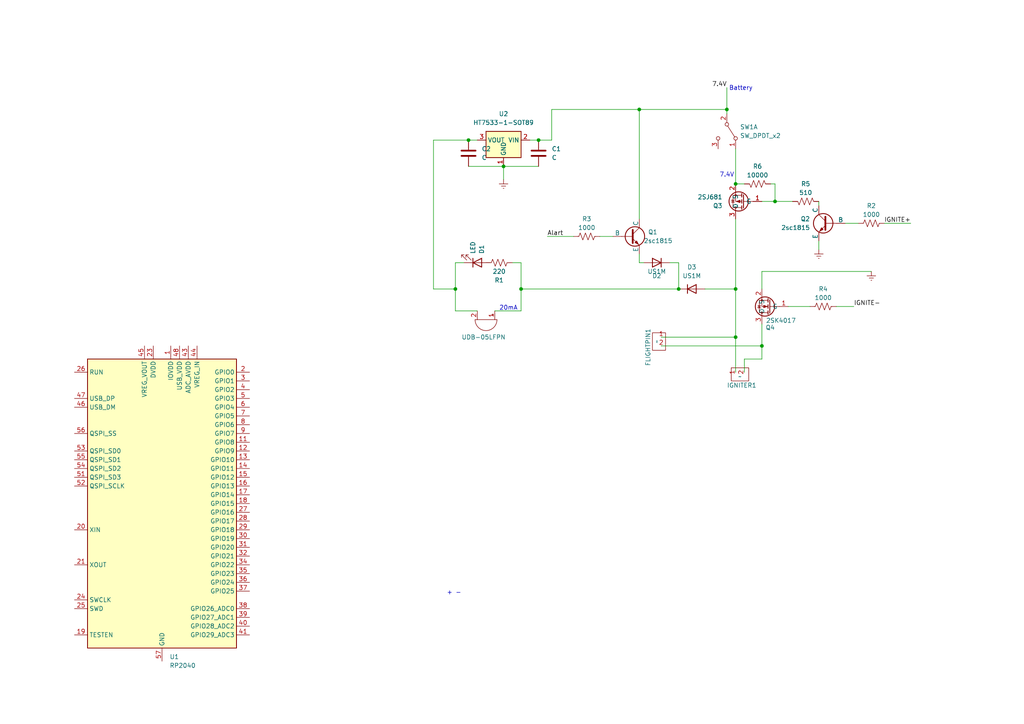
<source format=kicad_sch>
(kicad_sch (version 20231120) (generator "eeschema") (generator_version "8.0")
  (paper "A4")
  (title_block (title "種子島コンテスト2024") (date "2024-02-01") (company "WASAロケットプロジェクト"))
  (lib_symbols
    (symbol "Device:Buzzer" (pin_names (offset 0.0254) hide)
      (property "Reference" "BZ" (at 3.81 1.27 0))
      (property "Value" "Buzzer" (at 3.81 -1.27 0))
      (symbol "Buzzer_0_1"
        (arc (start 0 -3.175) (mid 3.1612 0) (end 0 3.175))
        (polyline (pts (xy -1.651 1.905) (xy -1.143 1.905)))
        (polyline (pts (xy -1.397 2.159) (xy -1.397 1.651)))
        (polyline (pts (xy 0 3.175) (xy 0 -3.175)))
      )
      (symbol "Buzzer_1_1"
        (pin passive line (at -2.54 2.54 0) (length 2.54) (name "-") (number "1"))
        (pin passive line (at -2.54 -2.54 0) (length 2.54) (name "+") (number "2"))
      )
    )
    (symbol "Device:C" (pin_numbers hide) (pin_names (offset 0.254))
      (property "Reference" "C" (at 0.635 2.54 0))
      (property "Value" "C" (at 0.635 -2.54 0))
      (symbol "C_0_1"
        (polyline (pts (xy -2.032 -0.762) (xy 2.032 -0.762)) (stroke (width 0.508)))
        (polyline (pts (xy -2.032 0.762) (xy 2.032 0.762)) (stroke (width 0.508)))
      )
      (symbol "C_1_1"
        (pin passive line (at 0 3.81 270) (length 2.794) (name "~") (number "1"))
        (pin passive line (at 0 -3.81 90) (length 2.794) (name "~") (number "2"))
      )
    )
    (symbol "Device:LED" (pin_numbers hide) (pin_names (offset 1.016) hide)
      (property "Reference" "D" (at 0 2.54 0))
      (property "Value" "LED" (at 0 -2.54 0))
      (symbol "LED_0_1"
        (polyline (pts (xy -1.27 -1.27) (xy -1.27 1.27)) (stroke (width 0.254)))
        (polyline (pts (xy -1.27 0) (xy 1.27 0)))
        (polyline (pts (xy 1.27 -1.27) (xy 1.27 1.27) (xy -1.27 0) (xy 1.27 -1.27)) (stroke (width 0.254)))
        (polyline (pts (xy -3.048 -0.762) (xy -4.572 -2.286) (xy -3.81 -2.286) (xy -4.572 -2.286) (xy -4.572 -1.524)))
        (polyline (pts (xy -1.778 -0.762) (xy -3.302 -2.286) (xy -2.54 -2.286) (xy -3.302 -2.286) (xy -3.302 -1.524)))
      )
      (symbol "LED_1_1"
        (pin passive line (at -3.81 0 0) (length 2.54) (name "K") (number "1"))
        (pin passive line (at 3.81 0 180) (length 2.54) (name "A") (number "2"))
      )
    )
    (symbol "Device:R_US" (pin_numbers hide) (pin_names (offset 0))
      (property "Reference" "R" (at 2.54 0 90))
      (property "Value" "R_US" (at -2.54 0 90))
      (symbol "R_US_0_1"
        (polyline (pts (xy 0 -2.286) (xy 0 -2.54)))
        (polyline (pts (xy 0 2.286) (xy 0 2.54)))
        (polyline (pts (xy 0 -0.762) (xy 1.016 -1.143) (xy 0 -1.524) (xy -1.016 -1.905) (xy 0 -2.286)))
        (polyline (pts (xy 0 0.762) (xy 1.016 0.381) (xy 0 0) (xy -1.016 -0.381) (xy 0 -0.762)))
        (polyline (pts (xy 0 2.286) (xy 1.016 1.905) (xy 0 1.524) (xy -1.016 1.143) (xy 0 0.762)))
      )
      (symbol "R_US_1_1"
        (pin passive line (at 0 3.81 270) (length 1.27) (name "~") (number "1"))
        (pin passive line (at 0 -3.81 90) (length 1.27) (name "~") (number "2"))
      )
    )
    (symbol "Diode:US1M" (pin_numbers hide) (pin_names hide)
      (property "Reference" "D" (at 0 2.54 0))
      (property "Value" "US1M" (at 0 -2.54 0))
      (symbol "US1M_0_1"
        (polyline (pts (xy -1.27 1.27) (xy -1.27 -1.27)) (stroke (width 0.254)))
        (polyline (pts (xy 1.27 0) (xy -1.27 0)))
        (polyline (pts (xy 1.27 1.27) (xy 1.27 -1.27) (xy -1.27 0) (xy 1.27 1.27)) (stroke (width 0.254)))
      )
      (symbol "US1M_1_1"
        (pin passive line (at -3.81 0 0) (length 2.54) (name "K") (number "1"))
        (pin passive line (at 3.81 0 180) (length 2.54) (name "A") (number "2"))
      )
    )
    (symbol "MCU_RaspberryPi:RP2040"
      (property "Reference" "U" (at 17.78 45.72 0))
      (property "Value" "RP2040" (at 17.78 43.18 0))
      (symbol "RP2040_0_1"
        (rectangle (start -21.59 41.91) (end 21.59 -41.91) (stroke (width 0.254)) (fill (type background)))
      )
      (symbol "RP2040_1_1"
        (pin power_in line (at 2.54 45.72 270) (length 3.81) (name "IOVDD") (number "1"))
        (pin passive line (at 2.54 45.72 270) (length 3.81) hide (name "IOVDD") (number "10"))
        (pin bidirectional line (at 25.4 17.78 180) (length 3.81) (name "GPIO8") (number "11"))
        (pin bidirectional line (at 25.4 15.24 180) (length 3.81) (name "GPIO9") (number "12"))
        (pin bidirectional line (at 25.4 12.7 180) (length 3.81) (name "GPIO10") (number "13"))
        (pin bidirectional line (at 25.4 10.16 180) (length 3.81) (name "GPIO11") (number "14"))
        (pin bidirectional line (at 25.4 7.62 180) (length 3.81) (name "GPIO12") (number "15"))
        (pin bidirectional line (at 25.4 5.08 180) (length 3.81) (name "GPIO13") (number "16"))
        (pin bidirectional line (at 25.4 2.54 180) (length 3.81) (name "GPIO14") (number "17"))
        (pin bidirectional line (at 25.4 0 180) (length 3.81) (name "GPIO15") (number "18"))
        (pin input line (at -25.4 -38.1 0) (length 3.81) (name "TESTEN") (number "19"))
        (pin bidirectional line (at 25.4 38.1 180) (length 3.81) (name "GPIO0") (number "2"))
        (pin input line (at -25.4 -7.62 0) (length 3.81) (name "XIN") (number "20"))
        (pin passive line (at -25.4 -17.78 0) (length 3.81) (name "XOUT") (number "21"))
        (pin passive line (at 2.54 45.72 270) (length 3.81) hide (name "IOVDD") (number "22"))
        (pin power_in line (at -2.54 45.72 270) (length 3.81) (name "DVDD") (number "23"))
        (pin input line (at -25.4 -27.94 0) (length 3.81) (name "SWCLK") (number "24"))
        (pin bidirectional line (at -25.4 -30.48 0) (length 3.81) (name "SWD") (number "25"))
        (pin input line (at -25.4 38.1 0) (length 3.81) (name "RUN") (number "26"))
        (pin bidirectional line (at 25.4 -2.54 180) (length 3.81) (name "GPIO16") (number "27"))
        (pin bidirectional line (at 25.4 -5.08 180) (length 3.81) (name "GPIO17") (number "28"))
        (pin bidirectional line (at 25.4 -7.62 180) (length 3.81) (name "GPIO18") (number "29"))
        (pin bidirectional line (at 25.4 35.56 180) (length 3.81) (name "GPIO1") (number "3"))
        (pin bidirectional line (at 25.4 -10.16 180) (length 3.81) (name "GPIO19") (number "30"))
        (pin bidirectional line (at 25.4 -12.7 180) (length 3.81) (name "GPIO20") (number "31"))
        (pin bidirectional line (at 25.4 -15.24 180) (length 3.81) (name "GPIO21") (number "32"))
        (pin passive line (at 2.54 45.72 270) (length 3.81) hide (name "IOVDD") (number "33"))
        (pin bidirectional line (at 25.4 -17.78 180) (length 3.81) (name "GPIO22") (number "34"))
        (pin bidirectional line (at 25.4 -20.32 180) (length 3.81) (name "GPIO23") (number "35"))
        (pin bidirectional line (at 25.4 -22.86 180) (length 3.81) (name "GPIO24") (number "36"))
        (pin bidirectional line (at 25.4 -25.4 180) (length 3.81) (name "GPIO25") (number "37"))
        (pin bidirectional line (at 25.4 -30.48 180) (length 3.81) (name "GPIO26_ADC0") (number "38"))
        (pin bidirectional line (at 25.4 -33.02 180) (length 3.81) (name "GPIO27_ADC1") (number "39"))
        (pin bidirectional line (at 25.4 33.02 180) (length 3.81) (name "GPIO2") (number "4"))
        (pin bidirectional line (at 25.4 -35.56 180) (length 3.81) (name "GPIO28_ADC2") (number "40"))
        (pin bidirectional line (at 25.4 -38.1 180) (length 3.81) (name "GPIO29_ADC3") (number "41"))
        (pin passive line (at 2.54 45.72 270) (length 3.81) hide (name "IOVDD") (number "42"))
        (pin power_in line (at 7.62 45.72 270) (length 3.81) (name "ADC_AVDD") (number "43"))
        (pin power_in line (at 10.16 45.72 270) (length 3.81) (name "VREG_IN") (number "44"))
        (pin power_out line (at -5.08 45.72 270) (length 3.81) (name "VREG_VOUT") (number "45"))
        (pin bidirectional line (at -25.4 27.94 0) (length 3.81) (name "USB_DM") (number "46"))
        (pin bidirectional line (at -25.4 30.48 0) (length 3.81) (name "USB_DP") (number "47"))
        (pin power_in line (at 5.08 45.72 270) (length 3.81) (name "USB_VDD") (number "48"))
        (pin passive line (at 2.54 45.72 270) (length 3.81) hide (name "IOVDD") (number "49"))
        (pin bidirectional line (at 25.4 30.48 180) (length 3.81) (name "GPIO3") (number "5"))
        (pin passive line (at -2.54 45.72 270) (length 3.81) hide (name "DVDD") (number "50"))
        (pin bidirectional line (at -25.4 7.62 0) (length 3.81) (name "QSPI_SD3") (number "51"))
        (pin output line (at -25.4 5.08 0) (length 3.81) (name "QSPI_SCLK") (number "52"))
        (pin bidirectional line (at -25.4 15.24 0) (length 3.81) (name "QSPI_SD0") (number "53"))
        (pin bidirectional line (at -25.4 10.16 0) (length 3.81) (name "QSPI_SD2") (number "54"))
        (pin bidirectional line (at -25.4 12.7 0) (length 3.81) (name "QSPI_SD1") (number "55"))
        (pin bidirectional line (at -25.4 20.32 0) (length 3.81) (name "QSPI_SS") (number "56"))
        (pin power_in line (at 0 -45.72 90) (length 3.81) (name "GND") (number "57"))
        (pin bidirectional line (at 25.4 27.94 180) (length 3.81) (name "GPIO4") (number "6"))
        (pin bidirectional line (at 25.4 25.4 180) (length 3.81) (name "GPIO5") (number "7"))
        (pin bidirectional line (at 25.4 22.86 180) (length 3.81) (name "GPIO6") (number "8"))
        (pin bidirectional line (at 25.4 20.32 180) (length 3.81) (name "GPIO7") (number "9"))
      )
    )
    (symbol "Modelrocket Igniter:SingleIgniter"
      (property "Reference" "Ig" (at 0 -3.81 0))
      (symbol "SingleIgniter_0_1"
        (rectangle (start -2.54 2.54) (end 2.54 -1.27))
      )
      (symbol "SingleIgniter_1_1"
        (pin input line (at -1.27 1.27 90) (length 0) (name "") (number "1"))
        (pin input line (at 1.27 1.27 90) (length 0) (name "") (number "2"))
      )
    )
    (symbol "Regulator_Linear:HT75xx-1-SOT89"
      (property "Reference" "U" (at -5.08 -3.81 0))
      (property "Value" "HT75xx-1-SOT89" (at 0 6.35 0))
      (symbol "HT75xx-1-SOT89_0_1"
        (rectangle (start -5.08 5.08) (end 5.08 -2.54) (stroke (width 0.254)) (fill (type background)))
      )
      (symbol "HT75xx-1-SOT89_1_1"
        (pin power_in line (at 0 -5.08 90) (length 2.54) (name "GND") (number "1"))
        (pin power_in line (at -7.62 2.54 0) (length 2.54) (name "VIN") (number "2"))
        (pin power_out line (at 7.62 2.54 180) (length 2.54) (name "VOUT") (number "3"))
      )
    )
    (symbol "Simulation_SPICE:NPN" (pin_numbers hide) (pin_names (offset 0))
      (property "Reference" "Q" (at -2.54 7.62 0))
      (property "Value" "NPN" (at -2.54 5.08 0))
      (symbol "NPN_0_1"
        (polyline (pts (xy -2.54 0) (xy 0.635 0)) (stroke (width 0.1524)))
        (polyline (pts (xy 0.635 0.635) (xy 2.54 2.54)))
        (polyline (pts (xy 2.794 -1.27) (xy 2.794 -1.27)) (stroke (width 0.1524)))
        (polyline (pts (xy 2.794 -1.27) (xy 2.794 -1.27)) (stroke (width 0.1524)))
        (polyline (pts (xy 0.635 -0.635) (xy 2.54 -2.54) (xy 2.54 -2.54)))
        (polyline (pts (xy 0.635 1.905) (xy 0.635 -1.905) (xy 0.635 -1.905)) (stroke (width 0.508)))
        (polyline (pts (xy 1.27 -1.778) (xy 1.778 -1.27) (xy 2.286 -2.286) (xy 1.27 -1.778) (xy 1.27 -1.778)) (fill (type outline)))
        (circle (center 1.27 0) (radius 2.8194) (stroke (width 0.254)))
      )
      (symbol "NPN_1_1"
        (pin open_collector line (at 2.54 5.08 270) (length 2.54) (name "C") (number "1"))
        (pin input line (at -5.08 0 0) (length 2.54) (name "B") (number "2"))
        (pin open_emitter line (at 2.54 -5.08 90) (length 2.54) (name "E") (number "3"))
      )
    )
    (symbol "Switch:SW_DPDT_x2" (pin_names (offset 0) hide)
      (property "Reference" "SW" (at 0 4.318 0))
      (property "Value" "SW_DPDT_x2" (at 0 -5.08 0))
      (symbol "SW_DPDT_x2_0_0"
        (circle (center -2.032 0) (radius 0.508))
        (circle (center 2.032 -2.54) (radius 0.508))
      )
      (symbol "SW_DPDT_x2_0_1"
        (polyline (pts (xy -1.524 0.254) (xy 1.651 2.286)))
        (circle (center 2.032 2.54) (radius 0.508))
      )
      (symbol "SW_DPDT_x2_1_1"
        (pin passive line (at 5.08 2.54 180) (length 2.54) (name "A") (number "1"))
        (pin passive line (at -5.08 0 0) (length 2.54) (name "B") (number "2"))
        (pin passive line (at 5.08 -2.54 180) (length 2.54) (name "C") (number "3"))
      )
      (symbol "SW_DPDT_x2_2_1"
        (pin passive line (at 5.08 2.54 180) (length 2.54) (name "A") (number "4"))
        (pin passive line (at -5.08 0 0) (length 2.54) (name "B") (number "5"))
        (pin passive line (at 5.08 -2.54 180) (length 2.54) (name "C") (number "6"))
      )
    )
    (symbol "Transistor_FET:2N7002"
      (property "Reference" "Q" (at 5.08 1.905 0))
      (property "Value" "2N7002" (at 5.08 0 0))
      (symbol "2N7002_0_1"
        (polyline (pts (xy 0.254 0) (xy -2.54 0)))
        (polyline (pts (xy 0.254 1.905) (xy 0.254 -1.905)) (stroke (width 0.254)))
        (polyline (pts (xy 0.762 -1.27) (xy 0.762 -2.286)) (stroke (width 0.254)))
        (polyline (pts (xy 0.762 0.508) (xy 0.762 -0.508)) (stroke (width 0.254)))
        (polyline (pts (xy 0.762 2.286) (xy 0.762 1.27)) (stroke (width 0.254)))
        (polyline (pts (xy 2.54 2.54) (xy 2.54 1.778)))
        (polyline (pts (xy 2.54 -2.54) (xy 2.54 0) (xy 0.762 0)))
        (polyline (pts (xy 0.762 -1.778) (xy 3.302 -1.778) (xy 3.302 1.778) (xy 0.762 1.778)))
        (polyline (pts (xy 1.016 0) (xy 2.032 0.381) (xy 2.032 -0.381) (xy 1.016 0)) (fill (type outline)))
        (polyline (pts (xy 2.794 0.508) (xy 2.921 0.381) (xy 3.683 0.381) (xy 3.81 0.254)))
        (polyline (pts (xy 3.302 0.381) (xy 2.921 -0.254) (xy 3.683 -0.254) (xy 3.302 0.381)))
        (circle (center 1.651 0) (radius 2.794) (stroke (width 0.254)))
        (circle (center 2.54 -1.778) (radius 0.254) (fill (type outline)))
        (circle (center 2.54 1.778) (radius 0.254) (fill (type outline)))
      )
      (symbol "2N7002_1_1"
        (pin input line (at -5.08 0 0) (length 2.54) (name "G") (number "1"))
        (pin passive line (at 2.54 -5.08 90) (length 2.54) (name "S") (number "2"))
        (pin passive line (at 2.54 5.08 270) (length 2.54) (name "D") (number "3"))
      )
    )
    (symbol "Transistor_FET:AO3401A"
      (property "Reference" "Q" (at 5.08 1.905 0))
      (property "Value" "AO3401A" (at 5.08 0 0))
      (symbol "AO3401A_0_1"
        (polyline (pts (xy 0.254 0) (xy -2.54 0)))
        (polyline (pts (xy 0.254 1.905) (xy 0.254 -1.905)) (stroke (width 0.254)))
        (polyline (pts (xy 0.762 -1.27) (xy 0.762 -2.286)) (stroke (width 0.254)))
        (polyline (pts (xy 0.762 0.508) (xy 0.762 -0.508)) (stroke (width 0.254)))
        (polyline (pts (xy 0.762 2.286) (xy 0.762 1.27)) (stroke (width 0.254)))
        (polyline (pts (xy 2.54 2.54) (xy 2.54 1.778)))
        (polyline (pts (xy 2.54 -2.54) (xy 2.54 0) (xy 0.762 0)))
        (polyline (pts (xy 0.762 1.778) (xy 3.302 1.778) (xy 3.302 -1.778) (xy 0.762 -1.778)))
        (polyline (pts (xy 2.286 0) (xy 1.27 0.381) (xy 1.27 -0.381) (xy 2.286 0)) (fill (type outline)))
        (polyline (pts (xy 2.794 -0.508) (xy 2.921 -0.381) (xy 3.683 -0.381) (xy 3.81 -0.254)))
        (polyline (pts (xy 3.302 -0.381) (xy 2.921 0.254) (xy 3.683 0.254) (xy 3.302 -0.381)))
        (circle (center 1.651 0) (radius 2.794) (stroke (width 0.254)))
        (circle (center 2.54 -1.778) (radius 0.254) (fill (type outline)))
        (circle (center 2.54 1.778) (radius 0.254) (fill (type outline)))
      )
      (symbol "AO3401A_1_1"
        (pin input line (at -5.08 0 0) (length 2.54) (name "G") (number "1"))
        (pin passive line (at 2.54 -5.08 90) (length 2.54) (name "S") (number "2"))
        (pin passive line (at 2.54 5.08 270) (length 2.54) (name "D") (number "3"))
      )
    )
    (symbol "power:GNDREF" (power) (pin_names (offset 0))
      (property "Value" "GNDREF" (at 0 -3.81 0))
      (symbol "GNDREF_0_1"
        (polyline (pts (xy -0.635 -1.905) (xy 0.635 -1.905)))
        (polyline (pts (xy -0.127 -2.54) (xy 0.127 -2.54)))
        (polyline (pts (xy 0 -1.27) (xy 0 0)))
        (polyline (pts (xy 1.27 -1.27) (xy -1.27 -1.27)))
      )
      (symbol "GNDREF_1_1"
        (pin power_in line (at 0 0 270) (length 0) hide (name "GNDREF") (number "1"))
      )
    )
  )
  (junction (at 213.36 53.34))
  (junction (at 146.05 48.26))
  (junction (at 156.21 40.64))
  (junction (at 210.82 31.75))
  (junction (at 132.08 83.82))
  (junction (at 220.98 100.33))
  (junction (at 213.36 83.82))
  (junction (at 135.89 40.64))
  (junction (at 213.36 97.79))
  (junction (at 185.42 31.75))
  (junction (at 151.13 83.82))
  (junction (at 224.79 58.42))
  (junction (at 196.85 83.82))
  (wire (pts (xy 237.49 58.42) (xy 237.49 59.69)))
  (wire (pts (xy 160.02 31.75) (xy 185.42 31.75)))
  (wire (pts (xy 210.82 31.75) (xy 210.82 33.02)))
  (wire (pts (xy 132.08 90.17) (xy 132.08 83.82)))
  (wire (pts (xy 213.36 97.79) (xy 213.36 107.95)))
  (wire (pts (xy 146.05 48.26) (xy 156.21 48.26)))
  (wire (pts (xy 213.36 83.82) (xy 213.36 97.79)))
  (wire (pts (xy 248.92 64.77) (xy 245.11 64.77)))
  (wire (pts (xy 138.43 90.17) (xy 132.08 90.17)))
  (wire (pts (xy 132.08 76.2) (xy 132.08 83.82)))
  (wire (pts (xy 166.37 68.58) (xy 158.75 68.58)))
  (wire (pts (xy 196.85 76.2) (xy 196.85 83.82)))
  (wire (pts (xy 151.13 76.2) (xy 151.13 83.82)))
  (wire (pts (xy 151.13 83.82) (xy 196.85 83.82)))
  (wire (pts (xy 213.36 53.34) (xy 215.9 53.34)))
  (wire (pts (xy 194.31 76.2) (xy 196.85 76.2)))
  (wire (pts (xy 220.98 78.74) (xy 252.73 78.74)))
  (wire (pts (xy 204.47 83.82) (xy 213.36 83.82)))
  (wire (pts (xy 186.69 76.2) (xy 185.42 76.2)))
  (wire (pts (xy 229.87 58.42) (xy 224.79 58.42)))
  (wire (pts (xy 220.98 78.74) (xy 220.98 83.82)))
  (wire (pts (xy 140.97 76.2) (xy 142.24 76.2)))
  (wire (pts (xy 215.9 104.14) (xy 215.9 107.95)))
  (wire (pts (xy 228.6 88.9) (xy 234.95 88.9)))
  (wire (pts (xy 185.42 31.75) (xy 210.82 31.75)))
  (wire (pts (xy 224.79 58.42) (xy 220.98 58.42)))
  (wire (pts (xy 134.62 76.2) (xy 132.08 76.2)))
  (wire (pts (xy 125.73 40.64) (xy 125.73 83.82)))
  (wire (pts (xy 173.99 68.58) (xy 177.8 68.58)))
  (wire (pts (xy 213.36 43.18) (xy 213.36 53.34)))
  (wire (pts (xy 151.13 90.17) (xy 143.51 90.17)))
  (wire (pts (xy 191.77 97.79) (xy 213.36 97.79)))
  (wire (pts (xy 220.98 93.98) (xy 220.98 100.33)))
  (wire (pts (xy 146.05 52.07) (xy 146.05 48.26)))
  (wire (pts (xy 210.82 25.4) (xy 210.82 31.75)))
  (wire (pts (xy 185.42 31.75) (xy 185.42 63.5)))
  (wire (pts (xy 156.21 40.64) (xy 160.02 40.64)))
  (wire (pts (xy 224.79 53.34) (xy 223.52 53.34)))
  (wire (pts (xy 264.16 64.77) (xy 256.54 64.77)))
  (wire (pts (xy 220.98 104.14) (xy 215.9 104.14)))
  (wire (pts (xy 224.79 53.34) (xy 224.79 58.42)))
  (wire (pts (xy 151.13 76.2) (xy 148.59 76.2)))
  (wire (pts (xy 247.65 88.9) (xy 242.57 88.9)))
  (wire (pts (xy 135.89 48.26) (xy 146.05 48.26)))
  (wire (pts (xy 153.67 40.64) (xy 156.21 40.64)))
  (wire (pts (xy 160.02 40.64) (xy 160.02 31.75)))
  (wire (pts (xy 138.43 40.64) (xy 135.89 40.64)))
  (wire (pts (xy 191.77 100.33) (xy 220.98 100.33)))
  (wire (pts (xy 185.42 73.66) (xy 185.42 76.2)))
  (wire (pts (xy 213.36 63.5) (xy 213.36 83.82)))
  (wire (pts (xy 135.89 40.64) (xy 125.73 40.64)))
  (wire (pts (xy 237.49 69.85) (xy 237.49 72.39)))
  (wire (pts (xy 151.13 83.82) (xy 151.13 90.17)))
  (wire (pts (xy 220.98 100.33) (xy 220.98 104.14)))
  (wire (pts (xy 132.08 83.82) (xy 125.73 83.82)))
  (text "20mA" (at 144.78 90.17 0) (effects (font (size 1.27 1.27)) (justify left bottom)))
  (text "3/4故障発生\nダイオード検査モードでE->Cが1.7Vとなったため発覚" (at 423.672 173.482 0) (effects (font (size 1.27 1.27))))
  (text "Battery" (at 214.884 25.654 0) (effects (font (size 1.27 1.27))))
  (text "3/4故障発生\nダイオード検査モードでS->D , D->Sで0.1Vとなったため発覚" (at 384.81 213.36 0) (effects (font (size 1.27 1.27))))
  (text "+ -" (at 129.54 172.72 0) (effects (font (size 1.27 1.27)) (justify left bottom)))
  (text "7.4V" (at 210.82 50.8 0) (effects (font (size 1.27 1.27))))
  (label "IGNITE-" (at 247.65 88.9 0))
  (label "IGNITE+" (at 264.16 64.77 180))
  (label "7.4V" (at 210.82 25.4 180))
  (label "Alart" (at 158.75 68.58 0))
  (symbol (lib_id "Diode:US1M") (at 200.66 83.82 0) (unit 1)
    (property "Reference" "D3" (at 200.66 77.47 0))
    (property "Value" "US1M" (at 200.66 80.01 0))
    (property "Footprint" "Diode_SMD:D_SMA" (effects (hide yes)))
    (property "Datasheet" "https://www.diodes.com/assets/Datasheets/ds16008.pdf" (effects (hide yes)))
    (property "Sim.Device" "D" (effects (hide yes)))
    (property "Sim.Pins" "1=K 2=A" (effects (hide yes)))
  )
  (symbol (lib_id "Device:R_US") (at 144.78 76.2 270) (unit 1)
    (property "Reference" "R1" (at 144.78 81.28 90))
    (property "Value" "220" (at 144.78 78.74 90))
    (property "Footprint" "2pinconnector:resistor_throughhole" (effects (hide yes)))
  )
  (symbol (lib_id "power:GNDREF") (at 237.49 72.39 0) (unit 1)
    (property "Reference" "#GND01" (effects (hide yes)))
    (property "Value" "GNDREF" (effects (hide yes)))
  )
  (symbol (lib_id "Device:C") (at 156.21 44.45 0) (unit 1)
    (property "Reference" "C1" (at 160.02 43.1799 0) (effects (justify left)))
    (property "Value" "C" (at 160.02 45.7199 0) (effects (justify left)))
    (property "Description" "Unpolarized capacitor" (effects (hide yes)))
  )
  (symbol (lib_id "Diode:US1M") (at 190.5 76.2 0) (mirror y) (unit 1)
    (property "Reference" "D2" (at 190.5 80.01 0))
    (property "Value" "US1M" (at 190.5 78.74 0))
    (property "Footprint" "Diode_SMD:D_SMA" (effects (hide yes)))
    (property "Datasheet" "https://www.diodes.com/assets/Datasheets/ds16008.pdf" (effects (hide yes)))
    (property "Sim.Device" "D" (effects (hide yes)))
    (property "Sim.Pins" "1=K 2=A" (effects (hide yes)))
  )
  (symbol (lib_id "Device:C") (at 135.89 44.45 0) (unit 1)
    (property "Reference" "C2" (at 139.7 43.1799 0) (effects (justify left)))
    (property "Value" "C" (at 139.7 45.7199 0) (effects (justify left)))
    (property "Description" "Unpolarized capacitor" (effects (hide yes)))
  )
  (symbol (lib_id "Device:R_US") (at 170.18 68.58 270) (unit 1)
    (property "Reference" "R3" (at 170.18 63.5 90))
    (property "Value" "1000" (at 170.18 66.04 90))
    (property "Footprint" "2pinconnector:resistor_throughhole" (effects (hide yes)))
  )
  (symbol (lib_id "Switch:SW_DPDT_x2") (at 210.82 38.1 270) (unit 1)
    (property "Reference" "SW1" (at 214.63 36.83 90) (effects (justify left)))
    (property "Value" "SW_DPDT_x2" (at 214.63 39.37 90) (effects (justify left)))
    (property "Footprint" "2pinconnector:SW" (effects (hide yes)))
  )
  (symbol (lib_id "MCU_RaspberryPi:RP2040") (at 46.99 146.05 0) (unit 1)
    (property "Reference" "U1" (at 49.1841 190.5 0) (effects (justify left)))
    (property "Value" "RP2040" (at 49.1841 193.04 0) (effects (justify left)))
    (property "Footprint" "Package_DFN_QFN:QFN-56-1EP_7x7mm_P0.4mm_EP3.2x3.2mm" (effects (hide yes)))
    (property "Datasheet" "https://datasheets.raspberrypi.com/rp2040/rp2040-datasheet.pdf" (effects (hide yes)))
    (property "Description" "A microcontroller by Raspberry Pi" (effects (hide yes)))
  )
  (symbol (lib_id "Modelrocket Igniter:SingleIgniter") (at 214.63 109.22 0) (unit 1)
    (property "Reference" "IGNITER1" (at 210.82 111.76 0) (effects (justify left)))
    (property "Value" "~" (at 214.63 109.22 0))
    (property "Footprint" "2pinconnector:2pin_connector" (effects (hide yes)))
  )
  (symbol (lib_id "power:GNDREF") (at 252.73 78.74 0) (unit 1)
    (property "Reference" "#GND03" (effects (hide yes)))
    (property "Value" "GNDREF" (effects (hide yes)))
  )
  (symbol (lib_id "Regulator_Linear:HT75xx-1-SOT89") (at 146.05 43.18 0) (mirror y) (unit 1)
    (property "Reference" "U2" (at 146.05 33.02 0))
    (property "Value" "HT7533-1-SOT89" (at 146.05 35.56 0))
    (property "Footprint" "Package_TO_SOT_SMD:SOT-89-3" (effects (hide yes)))
    (property "Datasheet" "https://www.holtek.com/documents/10179/116711/HT75xx-1v250.pdf" (effects (hide yes)))
    (property "Description" "100mA Low Dropout Voltage Regulator, Fixed Output, SOT89" (effects (hide yes)))
  )
  (symbol (lib_id "Transistor_FET:AO3401A") (at 215.9 58.42 180) (unit 1)
    (property "Reference" "Q3" (at 209.55 59.69 0) (effects (justify left)))
    (property "Value" "2SJ681" (at 209.55 57.15 0) (effects (justify left)))
    (property "Footprint" "Package_TO_SOT_SMD:SOT-23" (effects (hide yes)))
    (property "Datasheet" "http://www.aosmd.com/pdfs/datasheet/AO3401A.pdf" (effects (hide yes)))
  )
  (symbol (lib_id "Device:LED") (at 138.43 76.2 0) (mirror x) (unit 1)
    (property "Reference" "D1" (at 139.7 73.66 90) (effects (justify right)))
    (property "Value" "LED" (at 137.16 73.66 90) (effects (justify right)))
    (property "Footprint" "LED_SMD:LED_0603_1608Metric_Pad1.05x0.95mm_HandSolder" (effects (hide yes)))
  )
  (symbol (lib_id "Simulation_SPICE:NPN") (at 182.88 68.58 0) (unit 1)
    (property "Reference" "Q1" (at 187.96 67.31 0) (effects (justify left)))
    (property "Value" "2sc1815" (at 186.69 69.85 0) (effects (justify left)))
    (property "Footprint" "transistors:npn" (effects (hide yes)))
    (property "Sim.Device" "NPN" (effects (hide yes)))
    (property "Sim.Type" "GUMMELPOON" (effects (hide yes)))
    (property "Sim.Pins" "1=C 2=B 3=E" (effects (hide yes)))
  )
  (symbol (lib_id "Device:R_US") (at 252.73 64.77 270) (unit 1)
    (property "Reference" "R2" (at 252.73 59.69 90))
    (property "Value" "1000" (at 252.73 62.23 90))
    (property "Footprint" "2pinconnector:resistor_throughhole" (effects (hide yes)))
  )
  (symbol (lib_id "Modelrocket Igniter:SingleIgniter") (at 190.5 99.06 270) (unit 1)
    (property "Reference" "FLIGHTPIN1" (at 187.96 95.25 0) (effects (justify left)))
    (property "Value" "~" (at 190.5 99.06 0))
    (property "Footprint" "2pinconnector:2pin_connector" (effects (hide yes)))
  )
  (symbol (lib_id "Transistor_FET:2N7002") (at 223.52 88.9 180) (unit 1)
    (property "Reference" "Q4" (at 224.79 94.996 0) (effects (justify left)))
    (property "Value" "2SK4017" (at 230.886 92.964 0) (effects (justify left)))
    (property "Footprint" "Package_TO_SOT_SMD:SOT-23" (effects (hide yes)))
    (property "Datasheet" "https://www.onsemi.com/pub/Collateral/NDS7002A-D.PDF" (effects (hide yes)))
  )
  (symbol (lib_id "Device:R_US") (at 238.76 88.9 270) (unit 1)
    (property "Reference" "R4" (at 238.76 83.82 90))
    (property "Value" "1000" (at 238.76 86.36 90))
    (property "Footprint" "2pinconnector:resistor_throughhole" (effects (hide yes)))
  )
  (symbol (lib_id "Device:Buzzer") (at 140.97 92.71 270) (unit 1)
    (property "Reference" "BZ1" (effects (hide yes)))
    (property "Value" "UDB-05LFPN" (at 133.858 97.79 90) (effects (justify left)))
    (property "Footprint" "Buzzer_Beeper:Buzzer_15x7.5RM7.6" (effects (hide yes)))
  )
  (symbol (lib_id "Device:R_US") (at 233.68 58.42 90) (mirror x) (unit 1)
    (property "Reference" "R5" (at 233.68 53.34 90))
    (property "Value" "510" (at 233.68 55.88 90))
    (property "Footprint" "2pinconnector:resistor_throughhole" (effects (hide yes)))
  )
  (symbol (lib_id "Device:R_US") (at 219.71 53.34 90) (mirror x) (unit 1)
    (property "Reference" "R6" (at 219.71 48.26 90))
    (property "Value" "10000" (at 219.71 50.8 90))
    (property "Footprint" "2pinconnector:resistor_throughhole" (effects (hide yes)))
  )
  (symbol (lib_id "Simulation_SPICE:NPN") (at 240.03 64.77 0) (mirror y) (unit 1)
    (property "Reference" "Q2" (at 234.95 63.5 0) (effects (justify left)))
    (property "Value" "2sc1815" (at 234.95 66.04 0) (effects (justify left)))
    (property "Footprint" "transistors:npn" (effects (hide yes)))
    (property "Sim.Device" "NPN" (effects (hide yes)))
    (property "Sim.Type" "GUMMELPOON" (effects (hide yes)))
    (property "Sim.Pins" "1=C 2=B 3=E" (effects (hide yes)))
  )
  (symbol (lib_id "power:GNDREF") (at 146.05 52.07 0) (unit 1)
    (property "Reference" "#GND02" (effects (hide yes)))
    (property "Value" "GNDREF" (effects (hide yes)))
  )
)
</source>
